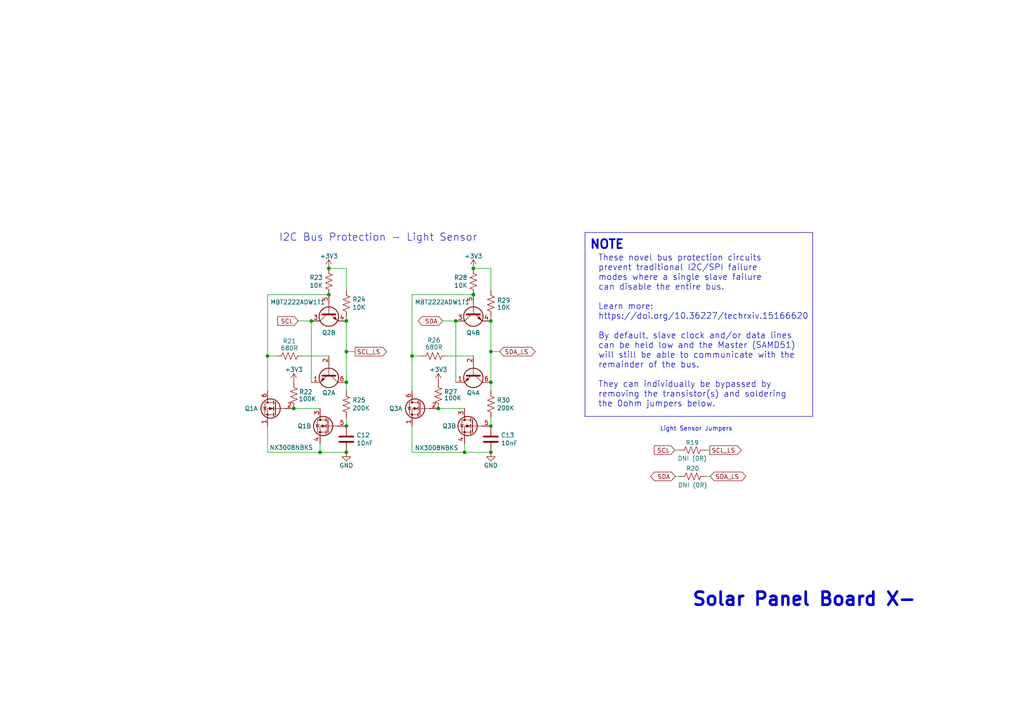
<source format=kicad_sch>
(kicad_sch (version 20230121) (generator eeschema)
  (paper "A4")
  (title_block (title "PyCubed Mini") (date "2023-04-12") (rev "B3/02") (company "REx Lab Carnegie Mellon University") (comment 1 "Z.Manchester") (comment 2 "N.Khera") (comment 3 "M.Holliday"))
  (lib_symbols
    (symbol "Device:C" (pin_numbers hide) (pin_names (offset 0.254))
      (property "Reference" "C" (at 0.635 2.54 0))
      (property "Value" "C" (at 0.635 -2.54 0))
      (symbol "C_0_1"
        (polyline (pts (xy -2.032 -0.762) (xy 2.032 -0.762)) (stroke (width 0.508)))
        (polyline (pts (xy -2.032 0.762) (xy 2.032 0.762)) (stroke (width 0.508)))
      )
      (symbol "C_1_1"
        (pin passive line (at 0 3.81 270) (length 2.794) (name "~") (number "1"))
        (pin passive line (at 0 -3.81 90) (length 2.794) (name "~") (number "2"))
      )
    )
    (symbol "Device:R_US" (pin_numbers hide) (pin_names (offset 0))
      (property "Reference" "R" (at 2.54 0 90))
      (property "Value" "R_US" (at -2.54 0 90))
      (symbol "R_US_0_1"
        (polyline (pts (xy 0 -2.286) (xy 0 -2.54)))
        (polyline (pts (xy 0 2.286) (xy 0 2.54)))
        (polyline (pts (xy 0 -0.762) (xy 1.016 -1.143) (xy 0 -1.524) (xy -1.016 -1.905) (xy 0 -2.286)))
        (polyline (pts (xy 0 0.762) (xy 1.016 0.381) (xy 0 0) (xy -1.016 -0.381) (xy 0 -0.762)))
        (polyline (pts (xy 0 2.286) (xy 1.016 1.905) (xy 0 1.524) (xy -1.016 1.143) (xy 0 0.762)))
      )
      (symbol "R_US_1_1"
        (pin passive line (at 0 3.81 270) (length 1.27) (name "~") (number "1"))
        (pin passive line (at 0 -3.81 90) (length 1.27) (name "~") (number "2"))
      )
    )
    (symbol "Transistor_BJT:MBT2222ADW1T1" (pin_names (offset 0) hide)
      (property "Reference" "Q" (at 5.08 1.27 0))
      (property "Value" "MBT2222ADW1T1" (at 5.08 -1.27 0))
      (symbol "MBT2222ADW1T1_0_1"
        (polyline (pts (xy 0.635 0) (xy -2.54 0)))
        (polyline (pts (xy 0.635 0.635) (xy 2.54 2.54)))
        (polyline (pts (xy 0.635 -0.635) (xy 2.54 -2.54) (xy 2.54 -2.54)))
        (polyline (pts (xy 0.635 1.905) (xy 0.635 -1.905) (xy 0.635 -1.905)) (stroke (width 0.508)))
        (polyline (pts (xy 1.27 -1.778) (xy 1.778 -1.27) (xy 2.286 -2.286) (xy 1.27 -1.778) (xy 1.27 -1.778)) (fill (type outline)))
        (circle (center 1.27 0) (radius 2.8194) (stroke (width 0.254)))
      )
      (symbol "MBT2222ADW1T1_1_1"
        (pin passive line (at 2.54 -5.08 90) (length 2.54) (name "E1") (number "1"))
        (pin input line (at -5.08 0 0) (length 2.54) (name "B1") (number "2"))
        (pin passive line (at 2.54 5.08 270) (length 2.54) (name "C1") (number "6"))
      )
      (symbol "MBT2222ADW1T1_2_1"
        (pin passive line (at 2.54 5.08 270) (length 2.54) (name "C2") (number "3"))
        (pin passive line (at 2.54 -5.08 90) (length 2.54) (name "E2") (number "4"))
        (pin input line (at -5.08 0 0) (length 2.54) (name "B2") (number "5"))
      )
    )
    (symbol "mainboard:NX3008NBKS" (pin_names (offset 0.762) hide)
      (property "Reference" "Q" (at 5.08 1.27 0))
      (property "Value" "NX3008NBKS" (at 5.08 -1.27 0))
      (symbol "NX3008NBKS_1_1"
        (polyline (pts (xy -1.016 0) (xy -3.81 0)))
        (polyline (pts (xy -1.016 1.905) (xy -1.016 -1.905)) (stroke (width 0.254)))
        (polyline (pts (xy -0.508 -1.27) (xy -0.508 -2.286)) (stroke (width 0.254)))
        (polyline (pts (xy -0.508 0.508) (xy -0.508 -0.508)) (stroke (width 0.254)))
        (polyline (pts (xy -0.508 2.286) (xy -0.508 1.27)) (stroke (width 0.254)))
        (polyline (pts (xy 1.27 2.54) (xy 1.27 1.778)))
        (polyline (pts (xy 1.27 -2.54) (xy 1.27 0) (xy -0.508 0)))
        (polyline (pts (xy -0.508 -1.778) (xy 2.032 -1.778) (xy 2.032 1.778) (xy -0.508 1.778)))
        (polyline (pts (xy -0.254 0) (xy 0.762 0.381) (xy 0.762 -0.381) (xy -0.254 0)) (fill (type outline)))
        (polyline (pts (xy 1.524 0.508) (xy 1.651 0.381) (xy 2.413 0.381) (xy 2.54 0.254)))
        (polyline (pts (xy 2.032 0.381) (xy 1.651 -0.254) (xy 2.413 -0.254) (xy 2.032 0.381)))
        (circle (center 0.381 0) (radius 2.794) (stroke (width 0.254)))
        (circle (center 1.27 -1.778) (radius 0.254) (fill (type outline)))
        (circle (center 1.27 1.778) (radius 0.254) (fill (type outline)))
        (pin passive line (at 1.27 -5.08 90) (length 2.54) (name "S2") (number "1"))
        (pin input line (at -6.35 0 0) (length 2.54) (name "G2") (number "2"))
        (pin passive line (at 1.27 5.08 270) (length 2.54) (name "D1") (number "6"))
      )
      (symbol "NX3008NBKS_2_1"
        (polyline (pts (xy -1.016 0) (xy -3.81 0)))
        (polyline (pts (xy -1.016 1.905) (xy -1.016 -1.905)) (stroke (width 0.254)))
        (polyline (pts (xy -0.508 -1.27) (xy -0.508 -2.286)) (stroke (width 0.254)))
        (polyline (pts (xy -0.508 0.508) (xy -0.508 -0.508)) (stroke (width 0.254)))
        (polyline (pts (xy -0.508 2.286) (xy -0.508 1.27)) (stroke (width 0.254)))
        (polyline (pts (xy 1.27 2.54) (xy 1.27 1.778)))
        (polyline (pts (xy 1.27 -2.54) (xy 1.27 0) (xy -0.508 0)))
        (polyline (pts (xy -0.508 -1.778) (xy 2.032 -1.778) (xy 2.032 1.778) (xy -0.508 1.778)))
        (polyline (pts (xy -0.254 0) (xy 0.762 0.381) (xy 0.762 -0.381) (xy -0.254 0)) (fill (type outline)))
        (polyline (pts (xy 1.524 0.508) (xy 1.651 0.381) (xy 2.413 0.381) (xy 2.54 0.254)))
        (polyline (pts (xy 2.032 0.381) (xy 1.651 -0.254) (xy 2.413 -0.254) (xy 2.032 0.381)))
        (circle (center 0.381 0) (radius 2.794) (stroke (width 0.254)))
        (circle (center 1.27 -1.778) (radius 0.254) (fill (type outline)))
        (circle (center 1.27 1.778) (radius 0.254) (fill (type outline)))
        (pin passive line (at 1.27 5.08 270) (length 2.54) (name "D2") (number "3"))
        (pin passive line (at 1.27 -5.08 90) (length 2.54) (name "S1") (number "4"))
        (pin input line (at -6.35 0 0) (length 2.54) (name "G1") (number "5"))
      )
    )
    (symbol "power:+3V3" (power) (pin_names (offset 0))
      (property "Value" "+3V3" (at 0 3.556 0))
      (symbol "+3V3_0_1"
        (polyline (pts (xy -0.762 1.27) (xy 0 2.54)))
        (polyline (pts (xy 0 0) (xy 0 2.54)))
        (polyline (pts (xy 0 2.54) (xy 0.762 1.27)))
      )
      (symbol "+3V3_1_1"
        (pin power_in line (at 0 0 90) (length 0) hide (name "+3V3") (number "1"))
      )
    )
    (symbol "power:GND" (power) (pin_names (offset 0))
      (property "Value" "GND" (at 0 -3.81 0))
      (symbol "GND_0_1"
        (polyline (pts (xy 0 0) (xy 0 -1.27) (xy 1.27 -1.27) (xy 0 -2.54) (xy -1.27 -1.27) (xy 0 -1.27)))
      )
      (symbol "GND_1_1"
        (pin power_in line (at 0 0 270) (length 0) hide (name "GND") (number "1"))
      )
    )
  )
  (junction (at 142.367 101.981))
  (junction (at 137.287 85.471))
  (junction (at 100.457 131.191))
  (junction (at 85.217 118.491))
  (junction (at 142.367 93.091))
  (junction (at 142.367 131.191))
  (junction (at 100.457 110.871))
  (junction (at 100.457 123.571))
  (junction (at 95.377 77.851))
  (junction (at 137.287 77.851))
  (junction (at 119.507 103.251))
  (junction (at 90.297 93.091))
  (junction (at 100.457 93.091))
  (junction (at 127.127 118.491))
  (junction (at 100.457 101.981))
  (junction (at 134.747 131.191))
  (junction (at 92.837 131.191))
  (junction (at 142.367 110.871))
  (junction (at 95.377 85.471))
  (junction (at 77.597 103.251))
  (junction (at 132.207 93.091))
  (junction (at 142.367 123.571))
  (wire (pts (xy 195.834 138.176) (xy 197.104 138.176)))
  (wire (pts (xy 119.507 131.191) (xy 134.747 131.191)))
  (wire (pts (xy 77.597 103.251) (xy 80.137 103.251)))
  (polyline (pts (xy 169.672 120.777) (xy 235.712 120.777)))
  (wire (pts (xy 134.747 128.651) (xy 134.747 131.191)))
  (wire (pts (xy 102.997 101.981) (xy 100.457 101.981)))
  (wire (pts (xy 142.367 101.981) (xy 142.367 93.091)))
  (wire (pts (xy 119.507 103.251) (xy 122.047 103.251)))
  (wire (pts (xy 142.367 84.201) (xy 142.367 77.851)))
  (wire (pts (xy 134.747 131.191) (xy 142.367 131.191)))
  (wire (pts (xy 119.507 85.471) (xy 137.287 85.471)))
  (wire (pts (xy 127.127 118.491) (xy 134.747 118.491)))
  (polyline (pts (xy 169.672 67.437) (xy 169.672 120.777)))
  (wire (pts (xy 119.507 103.251) (xy 119.507 85.471)))
  (wire (pts (xy 119.507 123.571) (xy 119.507 131.191)))
  (polyline (pts (xy 235.712 67.437) (xy 169.672 67.437)))
  (wire (pts (xy 100.457 84.201) (xy 100.457 77.851)))
  (wire (pts (xy 86.487 93.091) (xy 90.297 93.091)))
  (wire (pts (xy 92.837 128.651) (xy 92.837 131.191)))
  (wire (pts (xy 77.597 113.411) (xy 77.597 103.251)))
  (wire (pts (xy 119.507 113.411) (xy 119.507 103.251)))
  (wire (pts (xy 77.597 131.191) (xy 92.837 131.191)))
  (wire (pts (xy 142.367 77.851) (xy 137.287 77.851)))
  (wire (pts (xy 77.597 103.251) (xy 77.597 85.471)))
  (polyline (pts (xy 235.712 120.777) (xy 235.712 67.437)))
  (wire (pts (xy 128.397 93.091) (xy 132.207 93.091)))
  (wire (pts (xy 142.367 121.031) (xy 142.367 123.571)))
  (wire (pts (xy 142.367 110.871) (xy 142.367 101.981)))
  (wire (pts (xy 132.207 93.091) (xy 132.207 110.871)))
  (wire (pts (xy 77.597 85.471) (xy 95.377 85.471)))
  (wire (pts (xy 205.994 138.176) (xy 204.724 138.176)))
  (wire (pts (xy 92.837 131.191) (xy 100.457 131.191)))
  (wire (pts (xy 205.867 130.556) (xy 204.597 130.556)))
  (wire (pts (xy 100.457 91.821) (xy 100.457 93.091)))
  (wire (pts (xy 195.707 130.556) (xy 196.977 130.556)))
  (wire (pts (xy 100.457 121.031) (xy 100.457 123.571)))
  (wire (pts (xy 144.907 101.981) (xy 142.367 101.981)))
  (wire (pts (xy 85.217 118.491) (xy 92.837 118.491)))
  (wire (pts (xy 90.297 93.091) (xy 90.297 110.871)))
  (wire (pts (xy 100.457 101.981) (xy 100.457 93.091)))
  (wire (pts (xy 142.367 91.821) (xy 142.367 93.091)))
  (wire (pts (xy 95.377 103.251) (xy 87.757 103.251)))
  (wire (pts (xy 142.367 113.411) (xy 142.367 110.871)))
  (wire (pts (xy 137.287 103.251) (xy 129.667 103.251)))
  (wire (pts (xy 100.457 110.871) (xy 100.457 101.981)))
  (wire (pts (xy 77.597 123.571) (xy 77.597 131.191)))
  (wire (pts (xy 100.457 113.411) (xy 100.457 110.871)))
  (wire (pts (xy 100.457 77.851) (xy 95.377 77.851)))
  (text "Solar Panel Board X-" (at 200.533 176.149 0) (effects (font (size 3.81 3.81) (thickness 0.762) bold) (justify left bottom)))
  (text "These novel bus protection circuits\nprevent traditional I2C/SPI failure \nmodes where a single slave failure\ncan disable the entire bus.\n\nLearn more: \nhttps://doi.org/10.36227/techrxiv.15166620\n\nBy default, slave clock and/or data lines \ncan be held low and the Master (SAMD51) \nwill still be able to communicate with the \nremainder of the bus.\n\nThey can individually be bypassed by \nremoving the transistor(s) and soldering\nthe 0ohm jumpers below." (at 173.482 118.237 0) (effects (font (size 1.7526 1.7526)) (justify left bottom)))
  (text "NOTE" (at 170.942 72.517 0) (effects (font (size 2.54 2.54) (thickness 0.508) bold) (justify left bottom)))
  (text "I2C Bus Protection - Light Sensor" (at 80.899 70.231 0) (effects (font (size 2.159 2.159)) (justify left bottom)))
  (text "Light Sensor Jumpers" (at 191.389 125.222 0) (effects (font (size 1.27 1.27)) (justify left bottom)))
  (global_label "SDA" (shape bidirectional) (at 128.397 93.091 180) (property "Intersheetrefs" "${INTERSHEET_REFS}" (effects hide)))
  (global_label "SDA" (shape bidirectional) (at 195.834 138.176 180) (property "Intersheetrefs" "${INTERSHEET_REFS}" (effects hide)))
  (global_label "SDA_LS" (shape bidirectional) (at 144.907 101.981 0) (property "Intersheetrefs" "${INTERSHEET_REFS}" (effects hide)))
  (global_label "SCL" (shape input) (at 195.707 130.556 180) (property "Intersheetrefs" "${INTERSHEET_REFS}" (effects hide)))
  (global_label "SCL_LS" (shape output) (at 102.997 101.981 0) (property "Intersheetrefs" "${INTERSHEET_REFS}" (effects hide)))
  (global_label "SCL" (shape input) (at 86.487 93.091 180) (property "Intersheetrefs" "${INTERSHEET_REFS}" (effects hide)))
  (global_label "SDA_LS" (shape bidirectional) (at 205.994 138.176 0) (property "Intersheetrefs" "${INTERSHEET_REFS}" (effects hide)))
  (global_label "SCL_LS" (shape output) (at 205.867 130.556 0) (property "Intersheetrefs" "${INTERSHEET_REFS}" (effects hide)))
  (symbol (lib_id "Device:R_US") (at 200.787 130.556 270) (unit 1)
    (property "Reference" "R19" (at 200.787 128.397 90))
    (property "Value" "DNI (0R)" (at 200.787 132.969 90))
    (property "Footprint" "Resistor_SMD:R_0603_1608Metric" (effects hide))
    (property "DNI" "DNI" (effects hide))
    (property "Description" "0 0603" (effects hide))
  )
  (symbol (lib_id "power:+3V3") (at 127.127 110.871 0) (unit 1)
    (property "Reference" "#PWR0111" (effects hide))
    (property "Value" "+3V3" (at 127.127 107.188 0))
    (instances (project "Solar-Panel-X-" (path "" (reference "#PWR0111") (unit 1)) (path "" (reference "#PWR016") (unit 1))))
  )
  (symbol (lib_id "Transistor_BJT:MBT2222ADW1T1") (at 95.377 90.551 90) (mirror x) (unit 2)
    (property "Reference" "Q2" (at 95.377 96.52 90))
    (property "Value" "MBT2222ADW1T1" (at 86.36 87.63 90))
    (property "Footprint" "Package_TO_SOT_SMD:SOT-363_SC-70-6" (effects hide))
    (property "Datasheet" "http://www.onsemi.com/pub_link/Collateral/MBT2222ADW1T1-D.PDF" (effects hide))
    (property "Description" "Dual NPN BJT - 2NPN" (effects hide))
    (property "Flight" "MBT2222ADW1T1G" (effects hide))
    (property "Manufacturer_Name" "ON Semiconductor" (effects hide))
    (property "Manufacturer_Part_Number" "MBT2222ADW1T1G" (effects hide))
    (property "Proto" "MBT2222ADW1T1G" (effects hide))
  )
  (symbol (lib_id "Device:R_US") (at 127.127 114.681 0) (unit 1)
    (property "Reference" "R27" (at 128.778 113.665 0) (effects (justify left)))
    (property "Value" "100K" (at 128.778 115.443 0) (effects (justify left)))
    (property "Footprint" "Resistor_SMD:R_0603_1608Metric" (effects hide))
    (property "Description" "100K 0603" (effects hide))
  )
  (symbol (lib_id "power:+3V3") (at 85.217 110.871 0) (unit 1)
    (property "Reference" "#PWR0108" (effects hide))
    (property "Value" "+3V3" (at 85.217 107.188 0))
    (instances (project "Solar-Panel-X-" (path "" (reference "#PWR0108") (unit 1)) (path "" (reference "#PWR012") (unit 1))))
  )
  (symbol (lib_id "Transistor_BJT:MBT2222ADW1T1") (at 95.377 108.331 270) (unit 1)
    (property "Reference" "Q2" (at 95.377 113.919 90))
    (property "Value" "MBT2222ADW1T1" (effects hide))
    (property "Footprint" "Package_TO_SOT_SMD:SOT-363_SC-70-6" (effects hide))
    (property "Datasheet" "http://www.onsemi.com/pub_link/Collateral/MBT2222ADW1T1-D.PDF" (effects hide))
    (property "Description" "Dual NPN BJT - 2NPN" (effects hide))
    (property "Flight" "MBT2222ADW1T1G" (effects hide))
    (property "Manufacturer_Name" "ON Semiconductor" (effects hide))
    (property "Manufacturer_Part_Number" "MBT2222ADW1T1G" (effects hide))
    (property "Proto" "MBT2222ADW1T1G" (effects hide))
  )
  (symbol (lib_id "Device:R_US") (at 100.457 117.221 0) (unit 1)
    (property "Reference" "R25" (at 102.1842 116.0526 0) (effects (justify left)))
    (property "Value" "200K" (at 102.1842 118.364 0) (effects (justify left)))
    (property "Footprint" "Resistor_SMD:R_0603_1608Metric" (effects hide))
    (property "Description" "200K 0603" (effects hide))
  )
  (symbol (lib_id "Transistor_BJT:MBT2222ADW1T1") (at 137.287 90.551 90) (mirror x) (unit 2)
    (property "Reference" "Q4" (at 137.287 96.52 90))
    (property "Value" "MBT2222ADW1T1" (at 128.27 87.63 90))
    (property "Footprint" "Package_TO_SOT_SMD:SOT-363_SC-70-6" (effects hide))
    (property "Datasheet" "http://www.onsemi.com/pub_link/Collateral/MBT2222ADW1T1-D.PDF" (effects hide))
    (property "Description" "Dual NPN BJT - 2NPN" (effects hide))
    (property "Flight" "MBT2222ADW1T1G" (effects hide))
    (property "Manufacturer_Name" "ON Semiconductor" (effects hide))
    (property "Manufacturer_Part_Number" "MBT2222ADW1T1G" (effects hide))
    (property "Proto" "MBT2222ADW1T1G" (effects hide))
  )
  (symbol (lib_id "power:+3V3") (at 95.377 77.851 0) (unit 1)
    (property "Reference" "#PWR0107" (effects hide))
    (property "Value" "+3V3" (at 95.377 74.295 0))
    (instances (project "Solar-Panel-X-" (path "" (reference "#PWR0107") (unit 1)) (path "" (reference "#PWR013") (unit 1))))
  )
  (symbol (lib_id "Device:R_US") (at 95.377 81.661 0) (unit 1)
    (property "Reference" "R23" (at 93.6752 80.4926 0) (effects (justify right)))
    (property "Value" "10K" (at 93.6752 82.804 0) (effects (justify right)))
    (property "Footprint" "Resistor_SMD:R_0603_1608Metric" (effects hide))
    (property "Description" "10K 0603" (effects hide))
  )
  (symbol (lib_id "Device:R_US") (at 142.367 117.221 0) (unit 1)
    (property "Reference" "R30" (at 144.0942 116.0526 0) (effects (justify left)))
    (property "Value" "200K" (at 144.0942 118.364 0) (effects (justify left)))
    (property "Footprint" "Resistor_SMD:R_0603_1608Metric" (effects hide))
    (property "Description" "200K 0603" (effects hide))
  )
  (symbol (lib_id "Device:C") (at 142.367 127.381 0) (unit 1)
    (property "Reference" "C13" (at 145.288 126.238 0) (effects (justify left)))
    (property "Value" "10nF" (at 145.288 128.524 0) (effects (justify left)))
    (property "Footprint" "Capacitor_SMD:C_0603_1608Metric" (effects hide))
    (property "Description" "10nF +-10% 50V X7R" (effects hide))
  )
  (symbol (lib_id "mainboard:NX3008NBKS") (at 120.777 118.491 0) (mirror y) (unit 1)
    (property "Reference" "Q3" (at 116.713 118.491 0) (effects (justify left)))
    (property "Value" "NX3008NBKS" (at 132.969 129.921 0) (effects (justify left)))
    (property "Footprint" "Package_TO_SOT_SMD:SOT-363_SC-70-6" (effects hide))
    (property "Datasheet" "https://assets.nexperia.com/documents/data-sheet/NX3008NBKS.pdf" (effects hide))
    (property "Description" "Dual N-Channel MOSFET - 2NMOS" (effects hide))
    (property "Manufacturer_Name" "Nexperia USA Inc." (effects hide))
    (property "Manufacturer_Part_Number" "NX3008NBKS" (effects hide))
  )
  (symbol (lib_id "Device:R_US") (at 100.457 88.011 0) (unit 1)
    (property "Reference" "R24" (at 102.1842 86.8426 0) (effects (justify left)))
    (property "Value" "10K" (at 102.1842 89.154 0) (effects (justify left)))
    (property "Footprint" "Resistor_SMD:R_0603_1608Metric" (effects hide))
    (property "Description" "10K 0603" (effects hide))
  )
  (symbol (lib_id "power:GND") (at 142.367 131.191 0) (unit 1)
    (property "Reference" "#PWR0110" (effects hide))
    (property "Value" "GND" (at 142.367 135.001 0))
    (instances (project "Solar-Panel-X-" (path "" (reference "#PWR0110") (unit 1)) (path "" (reference "#PWR018") (unit 1))))
  )
  (symbol (lib_id "mainboard:NX3008NBKS") (at 78.867 118.491 0) (mirror y) (unit 1)
    (property "Reference" "Q1" (at 74.803 118.491 0) (effects (justify left)))
    (property "Value" "NX3008NBKS" (at 90.805 129.794 0) (effects (justify left)))
    (property "Footprint" "Package_TO_SOT_SMD:SOT-363_SC-70-6" (effects hide))
    (property "Datasheet" "https://assets.nexperia.com/documents/data-sheet/NX3008NBKS.pdf" (effects hide))
    (property "Description" "Dual N-Channel MOSFET - 2NMOS" (effects hide))
    (property "Manufacturer_Name" "Nexperia USA Inc." (effects hide))
    (property "Manufacturer_Part_Number" "NX3008NBKS" (effects hide))
  )
  (symbol (lib_id "Device:R_US") (at 200.914 138.176 270) (unit 1)
    (property "Reference" "R20" (at 200.914 135.89 90))
    (property "Value" "DNI (0R)" (at 200.914 140.716 90))
    (property "Footprint" "Resistor_SMD:R_0603_1608Metric" (effects hide))
    (property "DNI" "DNI" (effects hide))
    (property "Description" "0 0603" (effects hide))
  )
  (symbol (lib_id "Device:R_US") (at 137.287 81.661 0) (unit 1)
    (property "Reference" "R28" (at 135.5852 80.4926 0) (effects (justify right)))
    (property "Value" "10K" (at 135.5852 82.804 0) (effects (justify right)))
    (property "Footprint" "Resistor_SMD:R_0603_1608Metric" (effects hide))
    (property "Description" "10K 0603" (effects hide))
  )
  (symbol (lib_id "mainboard:NX3008NBKS") (at 94.107 123.571 0) (mirror y) (unit 2)
    (property "Reference" "Q1" (at 90.297 123.571 0) (effects (justify left)))
    (property "Value" "NX3008NBKS" (effects hide))
    (property "Footprint" "Package_TO_SOT_SMD:SOT-363_SC-70-6" (effects hide))
    (property "Datasheet" "https://assets.nexperia.com/documents/data-sheet/NX3008NBKS.pdf" (effects hide))
    (property "Description" "Dual N-Channel MOSFET - 2NMOS" (effects hide))
    (property "Manufacturer_Name" "Nexperia USA Inc." (effects hide))
    (property "Manufacturer_Part_Number" "NX3008NBKS" (effects hide))
  )
  (symbol (lib_id "Device:R_US") (at 83.947 103.251 270) (unit 1)
    (property "Reference" "R21" (at 83.947 98.933 90))
    (property "Value" "680R" (at 83.947 100.965 90))
    (property "Footprint" "Resistor_SMD:R_0603_1608Metric" (effects hide))
    (property "Description" "680 0603" (effects hide))
  )
  (symbol (lib_id "Device:C") (at 100.457 127.381 0) (unit 1)
    (property "Reference" "C12" (at 103.378 126.2126 0) (effects (justify left)))
    (property "Value" "10nF" (at 103.378 128.524 0) (effects (justify left)))
    (property "Footprint" "Capacitor_SMD:C_0603_1608Metric" (effects hide))
    (property "Description" "10nF +-10% 50V X7R" (effects hide))
  )
  (symbol (lib_id "power:GND") (at 100.457 131.191 0) (unit 1)
    (property "Reference" "#PWR0109" (effects hide))
    (property "Value" "GND" (at 100.457 135.001 0))
    (instances (project "Solar-Panel-X-" (path "" (reference "#PWR0109") (unit 1)) (path "" (reference "#PWR014") (unit 1))))
  )
  (symbol (lib_id "Device:R_US") (at 125.857 103.251 270) (unit 1)
    (property "Reference" "R26" (at 125.857 98.679 90))
    (property "Value" "680R" (at 125.857 100.711 90))
    (property "Footprint" "Resistor_SMD:R_0603_1608Metric" (effects hide))
    (property "Description" "680 0603" (effects hide))
  )
  (symbol (lib_id "Transistor_BJT:MBT2222ADW1T1") (at 137.287 108.331 270) (unit 1)
    (property "Reference" "Q4" (at 137.287 113.919 90))
    (property "Value" "MBT2222ADW1T1" (effects hide))
    (property "Footprint" "Package_TO_SOT_SMD:SOT-363_SC-70-6" (effects hide))
    (property "Datasheet" "http://www.onsemi.com/pub_link/Collateral/MBT2222ADW1T1-D.PDF" (effects hide))
    (property "Description" "Dual NPN BJT - 2NPN" (effects hide))
    (property "Flight" "MBT2222ADW1T1G" (effects hide))
    (property "Manufacturer_Name" "ON Semiconductor" (effects hide))
    (property "Manufacturer_Part_Number" "MBT2222ADW1T1G" (effects hide))
    (property "Proto" "MBT2222ADW1T1G" (effects hide))
  )
  (symbol (lib_id "mainboard:NX3008NBKS") (at 136.017 123.571 0) (mirror y) (unit 2)
    (property "Reference" "Q3" (at 132.334 123.571 0) (effects (justify left)))
    (property "Value" "NX3008NBKS" (effects hide))
    (property "Footprint" "Package_TO_SOT_SMD:SOT-363_SC-70-6" (effects hide))
    (property "Datasheet" "https://assets.nexperia.com/documents/data-sheet/NX3008NBKS.pdf" (effects hide))
    (property "Description" "Dual N-Channel MOSFET - 2NMOS" (effects hide))
    (property "Manufacturer_Name" "Nexperia USA Inc." (effects hide))
    (property "Manufacturer_Part_Number" "NX3008NBKS" (effects hide))
  )
  (symbol (lib_id "power:+3V3") (at 137.287 77.851 0) (unit 1)
    (property "Reference" "#PWR0106" (effects hide))
    (property "Value" "+3V3" (at 137.287 74.295 0))
    (instances (project "Solar-Panel-X-" (path "" (reference "#PWR0106") (unit 1)) (path "" (reference "#PWR017") (unit 1))))
  )
  (symbol (lib_id "Device:R_US") (at 85.217 114.681 0) (unit 1)
    (property "Reference" "R22" (at 86.741 113.665 0) (effects (justify left)))
    (property "Value" "100K" (at 86.614 115.697 0) (effects (justify left)))
    (property "Footprint" "Resistor_SMD:R_0603_1608Metric" (effects hide))
    (property "Description" "100K 0603" (effects hide))
  )
  (symbol (lib_id "Device:R_US") (at 142.367 88.011 0) (unit 1)
    (property "Reference" "R29" (at 144.145 87.122 0) (effects (justify left)))
    (property "Value" "10K" (at 144.145 89.154 0) (effects (justify left)))
    (property "Footprint" "Resistor_SMD:R_0603_1608Metric" (effects hide))
    (property "Description" "10K 0603" (effects hide))
  )
)
</source>
